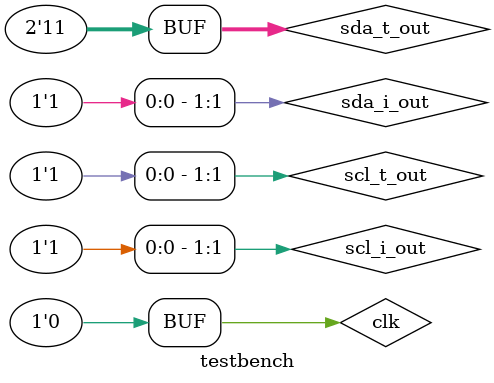
<source format=v>
`timescale 1ns / 1ps


module testbench # ();
       
    reg  clk;
    wire [11:0] gpio_i;
    reg  [1:0] scl_i_out;
    reg  [1:0] scl_t_out;
    reg  [1:0] sda_i_out;
    reg  [1:0] sda_t_out;
    
    integer i;
    
    always
    begin 
     clk = 1; #1;
     clk = 0; #1;
    end
    
    initial
    begin
        i = 0;
        scl_i_out = 2'h3;
        scl_t_out = 2'h3;
        sda_i_out = 2'h3;
        sda_t_out = 2'h3;
    end
        
    always @ (posedge clk)
    begin   
        i = i + 1;
        
        if (i == 10)
        begin
            scl_i_out[0] = 1'b0;
            scl_t_out[0] = 1'b0;
        end
        
        if (i == 60)
        begin
            scl_i_out[0] = 1'b1;
            scl_t_out[0] = 1'b1;
        end
        
        if (sda_i_out[0] == 1'b0 && i >= 70)
        begin
            sda_i_out[0] = 1'b1; 
        end else if (i >= 65 && i < 70)
        begin
            sda_i_out[0] = 1'b0;
        end
        
    end 
    
    ipmb_watchdog # () 
    ipmb_watchdog_i (
        .clk      (clk),
        .gpio_o   (gpio_i),
        .scl_i_in (scl_i_out),
        .scl_t_in (scl_t_out),
        .sda_i_in (sda_i_out),
        .sda_t_in (sda_t_out)
    );                          
    
endmodule

</source>
